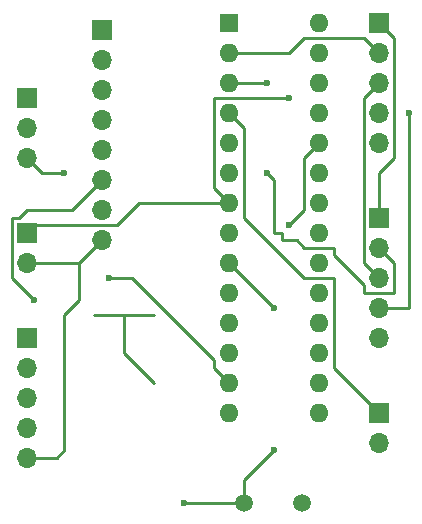
<source format=gbr>
G04 #@! TF.FileFunction,Copper,L2,Bot,Signal*
%FSLAX46Y46*%
G04 Gerber Fmt 4.6, Leading zero omitted, Abs format (unit mm)*
G04 Created by KiCad (PCBNEW 4.0.7) date 02/16/18 12:23:05*
%MOMM*%
%LPD*%
G01*
G04 APERTURE LIST*
%ADD10C,0.100000*%
%ADD11C,1.500000*%
%ADD12R,1.700000X1.700000*%
%ADD13O,1.700000X1.700000*%
%ADD14R,1.600000X1.600000*%
%ADD15O,1.600000X1.600000*%
%ADD16C,0.600000*%
%ADD17C,0.250000*%
G04 APERTURE END LIST*
D10*
D11*
X124460000Y-139065000D03*
X129340000Y-139065000D03*
D12*
X106045000Y-104775000D03*
D13*
X106045000Y-107315000D03*
X106045000Y-109855000D03*
D12*
X112395000Y-99060000D03*
D13*
X112395000Y-101600000D03*
X112395000Y-104140000D03*
X112395000Y-106680000D03*
X112395000Y-109220000D03*
X112395000Y-111760000D03*
X112395000Y-114300000D03*
X112395000Y-116840000D03*
D14*
X123190000Y-98425000D03*
D15*
X130810000Y-131445000D03*
X123190000Y-100965000D03*
X130810000Y-128905000D03*
X123190000Y-103505000D03*
X130810000Y-126365000D03*
X123190000Y-106045000D03*
X130810000Y-123825000D03*
X123190000Y-108585000D03*
X130810000Y-121285000D03*
X123190000Y-111125000D03*
X130810000Y-118745000D03*
X123190000Y-113665000D03*
X130810000Y-116205000D03*
X123190000Y-116205000D03*
X130810000Y-113665000D03*
X123190000Y-118745000D03*
X130810000Y-111125000D03*
X123190000Y-121285000D03*
X130810000Y-108585000D03*
X123190000Y-123825000D03*
X130810000Y-106045000D03*
X123190000Y-126365000D03*
X130810000Y-103505000D03*
X123190000Y-128905000D03*
X130810000Y-100965000D03*
X123190000Y-131445000D03*
X130810000Y-98425000D03*
D12*
X106045000Y-116205000D03*
D13*
X106045000Y-118745000D03*
D12*
X135890000Y-131445000D03*
D13*
X135890000Y-133985000D03*
D12*
X135890000Y-98425000D03*
D13*
X135890000Y-100965000D03*
X135890000Y-103505000D03*
X135890000Y-106045000D03*
X135890000Y-108585000D03*
D12*
X135890000Y-114935000D03*
D13*
X135890000Y-117475000D03*
X135890000Y-120015000D03*
X135890000Y-122555000D03*
X135890000Y-125095000D03*
D12*
X106045000Y-125095000D03*
D13*
X106045000Y-127635000D03*
X106045000Y-130175000D03*
X106045000Y-132715000D03*
X106045000Y-135255000D03*
D16*
X106680000Y-121920000D03*
X128270000Y-104775000D03*
X138430000Y-106045000D03*
X127000000Y-134620000D03*
X127000000Y-122555000D03*
X119380000Y-139065000D03*
X113030000Y-120015000D03*
X109220000Y-111125000D03*
X126365000Y-111125000D03*
X126365000Y-103505000D03*
X128270000Y-115570000D03*
D17*
X114300000Y-123190000D02*
X114300000Y-126365000D01*
X114300000Y-126365000D02*
X116840000Y-128905000D01*
X116840000Y-123190000D02*
X114300000Y-123190000D01*
X114300000Y-123190000D02*
X111760000Y-123190000D01*
X112395000Y-111760000D02*
X109855000Y-114300000D01*
X109855000Y-114300000D02*
X106045000Y-114300000D01*
X106045000Y-114300000D02*
X105410000Y-114935000D01*
X105410000Y-114935000D02*
X104775000Y-114935000D01*
X104775000Y-114935000D02*
X104775000Y-120015000D01*
X104775000Y-120015000D02*
X106680000Y-121920000D01*
X123190000Y-113665000D02*
X121920000Y-112395000D01*
X121920000Y-112395000D02*
X121920000Y-104775000D01*
X121920000Y-104775000D02*
X128270000Y-104775000D01*
X106045000Y-116205000D02*
X106680000Y-115570000D01*
X106680000Y-115570000D02*
X113665000Y-115570000D01*
X113665000Y-115570000D02*
X115570000Y-113665000D01*
X115570000Y-113665000D02*
X123190000Y-113665000D01*
X138430000Y-122555000D02*
X135890000Y-122555000D01*
X138430000Y-117475000D02*
X138430000Y-122555000D01*
X138430000Y-106045000D02*
X138430000Y-117475000D01*
X106045000Y-135255000D02*
X108585000Y-135255000D01*
X109220000Y-123190000D02*
X110490000Y-121920000D01*
X109220000Y-134620000D02*
X109220000Y-123190000D01*
X108585000Y-135255000D02*
X109220000Y-134620000D01*
X110490000Y-118745000D02*
X112395000Y-116840000D01*
X110490000Y-121920000D02*
X110490000Y-118745000D01*
X110490000Y-118745000D02*
X106045000Y-118745000D01*
X124460000Y-139065000D02*
X124460000Y-137160000D01*
X124460000Y-137160000D02*
X127000000Y-134620000D01*
X127000000Y-122555000D02*
X123190000Y-118745000D01*
X119380000Y-139065000D02*
X124460000Y-139065000D01*
X123190000Y-128905000D02*
X121920000Y-127635000D01*
X121920000Y-127635000D02*
X121920000Y-127000000D01*
X121920000Y-127000000D02*
X114935000Y-120015000D01*
X114935000Y-120015000D02*
X113030000Y-120015000D01*
X106045000Y-109855000D02*
X107315000Y-111125000D01*
X107315000Y-111125000D02*
X109220000Y-111125000D01*
X135890000Y-100965000D02*
X134620000Y-99695000D01*
X134620000Y-99695000D02*
X129540000Y-99695000D01*
X129540000Y-99695000D02*
X128270000Y-100965000D01*
X128270000Y-100965000D02*
X123190000Y-100965000D01*
X135890000Y-117475000D02*
X137160000Y-118745000D01*
X137160000Y-118745000D02*
X137160000Y-121285000D01*
X137160000Y-121285000D02*
X134620000Y-121285000D01*
X134620000Y-121285000D02*
X134620000Y-120650000D01*
X134620000Y-120650000D02*
X132080000Y-118110000D01*
X132080000Y-118110000D02*
X132080000Y-117475000D01*
X132080000Y-117475000D02*
X129540000Y-117475000D01*
X129540000Y-117475000D02*
X128905000Y-116840000D01*
X128905000Y-116840000D02*
X127635000Y-116840000D01*
X127635000Y-116840000D02*
X127635000Y-116205000D01*
X127635000Y-116205000D02*
X127000000Y-116205000D01*
X127000000Y-116205000D02*
X127000000Y-111760000D01*
X127000000Y-111760000D02*
X126365000Y-111125000D01*
X126365000Y-103505000D02*
X123190000Y-103505000D01*
X135890000Y-131445000D02*
X132080000Y-127635000D01*
X132080000Y-127635000D02*
X132080000Y-120015000D01*
X132080000Y-120015000D02*
X129540000Y-120015000D01*
X129540000Y-120015000D02*
X124460000Y-114935000D01*
X124460000Y-114935000D02*
X124460000Y-107315000D01*
X124460000Y-107315000D02*
X123190000Y-106045000D01*
X135890000Y-114935000D02*
X135890000Y-111125000D01*
X135890000Y-111125000D02*
X137160000Y-109855000D01*
X137160000Y-109855000D02*
X137160000Y-99695000D01*
X137160000Y-99695000D02*
X135890000Y-98425000D01*
X135890000Y-120015000D02*
X134620000Y-118745000D01*
X134620000Y-118745000D02*
X134620000Y-104775000D01*
X134620000Y-104775000D02*
X135890000Y-103505000D01*
X128270000Y-115570000D02*
X129540000Y-114300000D01*
X129540000Y-114300000D02*
X129540000Y-109855000D01*
X129540000Y-109855000D02*
X130810000Y-108585000D01*
M02*

</source>
